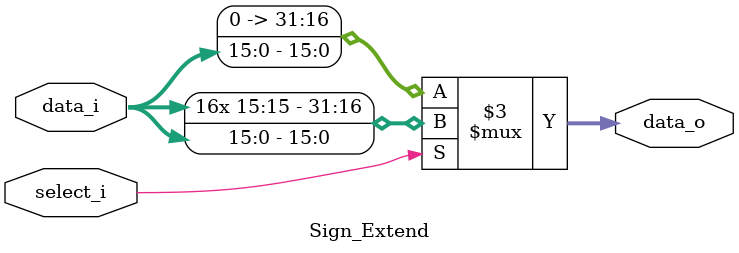
<source format=v>

module Sign_Extend(
    data_i,
    select_i,
    data_o
    );
               
//I/O ports
input   [16-1:0] data_i;
input   select_i;
output  [32-1:0] data_o;

//Internal Signals
reg     [32-1:0] data_o;

//Sign extended
always @ (*) begin
    if (select_i) data_o <= { {16{data_i[15]}}, data_i[15:0] };
    else data_o <= { {16{1'b0}}, data_i[15:0] };
end
          
endmodule      
     

</source>
